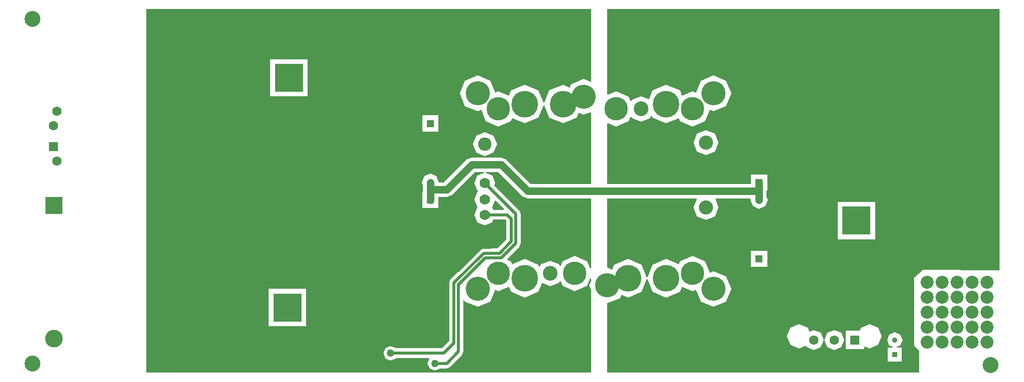
<source format=gbl>
G04*
G04 #@! TF.GenerationSoftware,Altium Limited,Altium Designer,19.1.7 (138)*
G04*
G04 Layer_Physical_Order=2*
G04 Layer_Color=16711680*
%FSLAX25Y25*%
%MOIN*%
G70*
G01*
G75*
%ADD59C,0.05000*%
%ADD60C,0.02000*%
%ADD61C,0.16142*%
%ADD62C,0.09843*%
%ADD63C,0.17795*%
%ADD64C,0.15630*%
%ADD65C,0.06969*%
%ADD66C,0.08976*%
%ADD67C,0.09488*%
%ADD68R,0.06299X0.06299*%
%ADD69C,0.06299*%
%ADD70C,0.08661*%
%ADD71C,0.10630*%
%ADD72R,0.03543X0.03543*%
%ADD73C,0.03543*%
%ADD74C,0.18898*%
%ADD75R,0.18898X0.18898*%
%ADD76R,0.04724X0.04724*%
%ADD77C,0.04724*%
%ADD78R,0.06299X0.06299*%
%ADD79C,0.11811*%
%ADD80R,0.11811X0.11811*%
%ADD81C,0.10000*%
%ADD82C,0.05000*%
G36*
X381890Y197402D02*
X381474Y197125D01*
X376969Y198991D01*
X368495Y195481D01*
X367577Y193265D01*
X363189Y195083D01*
X354083Y191311D01*
X350644Y183008D01*
X350144D01*
X346705Y191311D01*
X337598Y195083D01*
X328492Y191311D01*
X327040Y187805D01*
X320000Y190722D01*
X317888Y189847D01*
X314576Y197843D01*
X306102Y201353D01*
X297629Y197843D01*
X294119Y189370D01*
X297629Y180897D01*
X306102Y177387D01*
X308549Y178400D01*
X311723Y170738D01*
X320000Y167310D01*
X328277Y170738D01*
X329143Y172829D01*
X337598Y169327D01*
X346705Y173099D01*
X350144Y181402D01*
X350644D01*
X354083Y173099D01*
X363189Y169327D01*
X372295Y173099D01*
X373660Y176395D01*
X376969Y175025D01*
X381474Y176891D01*
X381890Y176613D01*
Y128886D01*
X341584D01*
X325294Y145176D01*
X321850Y146603D01*
X302165D01*
X302165Y146603D01*
X298721Y145176D01*
X283416Y129871D01*
X280444D01*
X280410Y129921D01*
X278710Y134025D01*
X274606Y135725D01*
X270502Y134025D01*
X268802Y129921D01*
X269736Y127668D01*
Y123472D01*
X269244D01*
Y112748D01*
X279969D01*
Y120129D01*
X285433D01*
X288877Y121556D01*
X304183Y136862D01*
X310669D01*
X310768Y136362D01*
X306061Y134412D01*
X304005Y129449D01*
X306061Y124486D01*
X306592Y124266D01*
Y123766D01*
X306061Y123546D01*
X304005Y118583D01*
X306007Y113750D01*
X306041Y113425D01*
X306007Y113101D01*
X304005Y108268D01*
X306061Y103305D01*
X311024Y101249D01*
X315986Y103305D01*
X316697Y105020D01*
X324442D01*
X325402Y104060D01*
Y91715D01*
X319533Y85846D01*
X315176D01*
X314961Y85630D01*
X309746Y85630D01*
X308567Y85142D01*
X293307Y69882D01*
X292957D01*
X288058Y64983D01*
X287107Y62687D01*
Y23983D01*
X282119Y18995D01*
X251557D01*
X251476Y19192D01*
X248031Y20619D01*
X244587Y19192D01*
X243161Y15748D01*
X244587Y12304D01*
X248031Y10877D01*
X251476Y12304D01*
X251557Y12501D01*
X273660D01*
X273990Y12001D01*
X272688Y8858D01*
X274115Y5414D01*
X277559Y3988D01*
X281003Y5414D01*
X281085Y5611D01*
X285433D01*
X287729Y6562D01*
X295650Y14483D01*
X296602Y16780D01*
Y51388D01*
X297092Y51485D01*
X297629Y50188D01*
X306102Y46678D01*
X314576Y50188D01*
X317888Y58185D01*
X320000Y57310D01*
X327040Y60226D01*
X328492Y56721D01*
X337598Y52949D01*
X346705Y56721D01*
X349160Y62649D01*
X354488Y60442D01*
X360551Y62953D01*
X360960Y63940D01*
X361459D01*
X362786Y60738D01*
X371063Y57310D01*
X379340Y60738D01*
X381399Y65709D01*
X381890Y65612D01*
Y63815D01*
X380733Y61024D01*
X381890Y58232D01*
Y2706D01*
X84800D01*
Y245719D01*
X381890D01*
Y197402D01*
D02*
G37*
G36*
X654694Y71919D02*
X654500Y71500D01*
X654107Y71242D01*
X603749Y71500D01*
X600531Y68918D01*
X598013Y66400D01*
X597700D01*
Y20546D01*
X600518Y17728D01*
X600531Y17696D01*
X600725Y17574D01*
X600900Y17444D01*
Y2706D01*
X392717D01*
Y49041D01*
X401190Y52550D01*
X402108Y54766D01*
X406496Y52949D01*
X415602Y56721D01*
X419041Y65024D01*
X419541D01*
X422981Y56721D01*
X432087Y52949D01*
X441193Y56721D01*
X442645Y60226D01*
X449685Y57310D01*
X451797Y58185D01*
X455109Y50188D01*
X463583Y46678D01*
X472056Y50188D01*
X475566Y58661D01*
X472056Y67135D01*
X463583Y70644D01*
X461136Y69631D01*
X457962Y77293D01*
X449685Y80722D01*
X441408Y77293D01*
X440542Y75203D01*
X432087Y78705D01*
X422981Y74933D01*
X419541Y66630D01*
X419041D01*
X415602Y74933D01*
X406496Y78705D01*
X397390Y74933D01*
X396025Y71636D01*
X392717Y73007D01*
Y119145D01*
X452205D01*
X452539Y118645D01*
X450279Y113189D01*
X452734Y107262D01*
X458661Y104807D01*
X464588Y107262D01*
X467044Y113189D01*
X464784Y118645D01*
X465118Y119145D01*
X488269D01*
X488547Y118729D01*
X488291Y118110D01*
X489990Y114006D01*
X494095Y112306D01*
X498199Y114006D01*
X499898Y118110D01*
X498965Y120363D01*
Y124559D01*
X499457D01*
Y135284D01*
X488732D01*
Y128886D01*
X392717D01*
Y169306D01*
X393132Y169584D01*
X398622Y167310D01*
X406899Y170738D01*
X408225Y173940D01*
X408726D01*
X409134Y172953D01*
X415197Y170442D01*
X421259Y172953D01*
X421900Y174500D01*
X422400D01*
X422981Y173099D01*
X432087Y169327D01*
X440542Y172829D01*
X441408Y170738D01*
X449685Y167310D01*
X457962Y170738D01*
X461136Y178400D01*
X463583Y177387D01*
X472056Y180897D01*
X475566Y189370D01*
X472056Y197843D01*
X463583Y201353D01*
X455109Y197843D01*
X451797Y189847D01*
X449685Y190722D01*
X442645Y187805D01*
X441193Y191311D01*
X432087Y195083D01*
X422981Y191311D01*
X420525Y185383D01*
X415197Y187590D01*
X409134Y185078D01*
X408726Y184092D01*
X408225D01*
X406899Y187293D01*
X398622Y190722D01*
X393132Y188448D01*
X392717Y188726D01*
Y245719D01*
X654694D01*
X654694Y71919D01*
D02*
G37*
G36*
X323903Y111977D02*
X323712Y111515D01*
X316697D01*
X315986Y113231D01*
X315986Y113620D01*
X317652Y117640D01*
X318142Y117738D01*
X323903Y111977D01*
D02*
G37*
G36*
X336123Y120572D02*
X339567Y119145D01*
X339567Y119145D01*
X381890D01*
Y72420D01*
X381399Y72322D01*
X379340Y77293D01*
X371063Y80722D01*
X362786Y77293D01*
X361459Y74092D01*
X360960D01*
X360551Y75078D01*
X354488Y77590D01*
X348426Y75078D01*
X347785Y73532D01*
X347285D01*
X346705Y74933D01*
X337598Y78705D01*
X329143Y75203D01*
X328277Y77293D01*
X325957Y78254D01*
X325859Y78745D01*
X333946Y86831D01*
X334897Y89127D01*
Y108823D01*
X333946Y111119D01*
X317332Y127733D01*
X318042Y129449D01*
X315986Y134412D01*
X311279Y136362D01*
X311379Y136862D01*
X319833D01*
X336123Y120572D01*
D02*
G37*
%LPC*%
G36*
X192567Y212252D02*
X167669D01*
Y187354D01*
X192567D01*
Y212252D01*
D02*
G37*
G36*
X279969Y174653D02*
X269244D01*
Y163929D01*
X279969D01*
Y174653D01*
D02*
G37*
G36*
X311024Y163617D02*
X305292Y161243D01*
X302919Y155512D01*
X305292Y149781D01*
X311024Y147407D01*
X316755Y149781D01*
X319129Y155512D01*
X316755Y161243D01*
X311024Y163617D01*
D02*
G37*
G36*
X191583Y58709D02*
X166685D01*
Y33811D01*
X191583D01*
Y58709D01*
D02*
G37*
G36*
X458661Y164878D02*
X452734Y162423D01*
X450279Y156496D01*
X452734Y150569D01*
X458661Y148114D01*
X464588Y150569D01*
X467044Y156496D01*
X464588Y162423D01*
X458661Y164878D01*
D02*
G37*
G36*
X571504Y116779D02*
X546606D01*
Y91882D01*
X571504D01*
Y116779D01*
D02*
G37*
G36*
X499457Y84102D02*
X488732D01*
Y73378D01*
X499457D01*
Y84102D01*
D02*
G37*
G36*
X567913Y35234D02*
X562152Y32848D01*
X561285Y30756D01*
X551921D01*
Y18457D01*
X564221D01*
Y20019D01*
X564636Y20296D01*
X567913Y18939D01*
X573675Y21325D01*
X576061Y27087D01*
X573675Y32848D01*
X567913Y35234D01*
D02*
G37*
G36*
X544291Y31263D02*
X539585Y29313D01*
X537635Y24606D01*
X539585Y19900D01*
X544291Y17950D01*
X548998Y19900D01*
X550948Y24606D01*
X548998Y29313D01*
X544291Y31263D01*
D02*
G37*
G36*
X520669Y35234D02*
X514908Y32848D01*
X512522Y27087D01*
X514908Y21325D01*
X520669Y18939D01*
X525393Y20895D01*
X525805Y19900D01*
X530512Y17950D01*
X535218Y19900D01*
X537168Y24606D01*
X535218Y29313D01*
X530512Y31263D01*
X527589Y30052D01*
X526431Y32848D01*
X520669Y35234D01*
D02*
G37*
G36*
X584646Y29771D02*
X580994Y28258D01*
X579481Y24606D01*
X580994Y20954D01*
X583235Y20026D01*
X583137Y19535D01*
X579874D01*
Y9992D01*
X589417D01*
Y19535D01*
X586154D01*
X586056Y20026D01*
X588298Y20954D01*
X589811Y24606D01*
X588298Y28258D01*
X584646Y29771D01*
D02*
G37*
%LPD*%
D59*
X321850Y141732D02*
X339567Y124016D01*
X302165Y141732D02*
X321850D01*
X285433Y125000D02*
X302165Y141732D01*
X274606Y125000D02*
X285433D01*
X339567Y124016D02*
X494095D01*
Y129921D01*
X274606Y125000D02*
Y129921D01*
Y118110D02*
Y125000D01*
X494095Y118110D02*
Y124016D01*
D60*
X311329Y79419D02*
X321941D01*
X293354Y61444D02*
X311329Y79419D01*
X293354Y16780D02*
Y61444D01*
X285433Y8858D02*
X293354Y16780D01*
X290354Y62687D02*
X310266Y82598D01*
X290354Y22638D02*
Y62687D01*
X310266Y82598D02*
X320878D01*
X277559Y8858D02*
X285433D01*
X320878Y82598D02*
X328650Y90370D01*
X331650Y89127D02*
Y108823D01*
X311024Y129449D02*
X331650Y108823D01*
X328650Y90370D02*
Y105405D01*
X325787Y108268D02*
X328650Y105405D01*
X311024Y108268D02*
X325787D01*
X321941Y79419D02*
X331650Y89127D01*
X283465Y15748D02*
X290354Y22638D01*
X248031Y15748D02*
X283465D01*
D61*
X392717Y61024D02*
D03*
X376969Y187008D02*
D03*
X306102Y189370D02*
D03*
Y58661D02*
D03*
X463583D02*
D03*
Y189370D02*
D03*
D62*
X320000Y69016D02*
D03*
X415197Y179016D02*
D03*
X354488Y69016D02*
D03*
D63*
X337598Y182205D02*
D03*
X432087Y65827D02*
D03*
X337598D02*
D03*
Y182205D02*
D03*
X432087D02*
D03*
X406496Y65827D02*
D03*
X363189Y182205D02*
D03*
D64*
X371063Y69016D02*
D03*
X398622Y179016D02*
D03*
X449685D02*
D03*
X320000D02*
D03*
Y69016D02*
D03*
X449685D02*
D03*
D65*
X311024Y108268D02*
D03*
Y118583D02*
D03*
Y129449D02*
D03*
D66*
Y92520D02*
D03*
Y155512D02*
D03*
D67*
X458661Y91535D02*
D03*
Y113189D02*
D03*
Y134843D02*
D03*
Y156496D02*
D03*
D68*
X558071Y24606D02*
D03*
D69*
X544291D02*
D03*
X530512D02*
D03*
X22835Y167717D02*
D03*
X25315Y144095D02*
D03*
Y177559D02*
D03*
D70*
X636142Y53307D02*
D03*
X646142D02*
D03*
X626142D02*
D03*
X616142D02*
D03*
X606142D02*
D03*
X646142Y63307D02*
D03*
Y43307D02*
D03*
Y33307D02*
D03*
Y23307D02*
D03*
X606142Y63307D02*
D03*
X616142D02*
D03*
X626142D02*
D03*
X636142D02*
D03*
X606142Y43307D02*
D03*
X616142D02*
D03*
X626142D02*
D03*
X636142D02*
D03*
X606142Y33307D02*
D03*
X616142D02*
D03*
X626142D02*
D03*
X636142D02*
D03*
X606142Y23307D02*
D03*
X616142D02*
D03*
X626142D02*
D03*
X636142D02*
D03*
X636969Y183740D02*
D03*
X626968D02*
D03*
X616968D02*
D03*
X606968D02*
D03*
X636969Y193740D02*
D03*
X626968D02*
D03*
X616968D02*
D03*
X606968D02*
D03*
X636969Y203740D02*
D03*
X626968D02*
D03*
X616968D02*
D03*
X606968D02*
D03*
X636969Y223740D02*
D03*
X626968D02*
D03*
X616968D02*
D03*
X606968D02*
D03*
X646969Y183740D02*
D03*
Y193740D02*
D03*
Y203740D02*
D03*
Y223740D02*
D03*
X606968Y213740D02*
D03*
X616968D02*
D03*
X626968D02*
D03*
X646969D02*
D03*
X636969D02*
D03*
D71*
X648622Y240158D02*
D03*
Y7874D02*
D03*
X8858Y239173D02*
D03*
Y8858D02*
D03*
D72*
X584646Y14764D02*
D03*
D73*
Y24606D02*
D03*
D74*
X559055Y143701D02*
D03*
X179134Y85630D02*
D03*
X180118Y160433D02*
D03*
D75*
X559055Y104331D02*
D03*
X179134Y46260D02*
D03*
X180118Y199803D02*
D03*
D76*
X494095Y129921D02*
D03*
Y78740D02*
D03*
X274606Y169291D02*
D03*
Y118110D02*
D03*
D77*
X494095Y169291D02*
D03*
Y118110D02*
D03*
X274606Y129921D02*
D03*
Y78740D02*
D03*
D78*
X22835Y153937D02*
D03*
D79*
X23228Y25591D02*
D03*
D80*
X23228Y114567D02*
D03*
D81*
X190800Y131900D02*
D03*
X170100Y132200D02*
D03*
X370500Y233200D02*
D03*
Y213200D02*
D03*
Y153200D02*
D03*
Y113200D02*
D03*
Y93200D02*
D03*
Y33200D02*
D03*
Y13200D02*
D03*
X350500Y233200D02*
D03*
Y213200D02*
D03*
Y153200D02*
D03*
Y113200D02*
D03*
Y93200D02*
D03*
Y53200D02*
D03*
Y33200D02*
D03*
Y13200D02*
D03*
X330500Y233200D02*
D03*
Y213200D02*
D03*
Y153200D02*
D03*
Y33200D02*
D03*
Y13200D02*
D03*
X310500Y233200D02*
D03*
Y213200D02*
D03*
Y33200D02*
D03*
Y13200D02*
D03*
X290500Y233200D02*
D03*
Y213200D02*
D03*
Y113200D02*
D03*
Y93200D02*
D03*
X270500Y233200D02*
D03*
Y93200D02*
D03*
Y53200D02*
D03*
X250500Y233200D02*
D03*
X230500D02*
D03*
Y13200D02*
D03*
X210500Y233200D02*
D03*
Y153200D02*
D03*
Y133200D02*
D03*
Y113200D02*
D03*
Y93200D02*
D03*
Y73200D02*
D03*
Y13200D02*
D03*
X190500Y233200D02*
D03*
Y113200D02*
D03*
Y13200D02*
D03*
X170500Y233200D02*
D03*
Y113200D02*
D03*
Y13200D02*
D03*
X150500Y233200D02*
D03*
Y153200D02*
D03*
Y133200D02*
D03*
Y13200D02*
D03*
X130500Y233200D02*
D03*
Y153200D02*
D03*
Y13200D02*
D03*
X110500Y233200D02*
D03*
Y13200D02*
D03*
X611250Y151000D02*
D03*
X591250Y231000D02*
D03*
Y211000D02*
D03*
Y191000D02*
D03*
Y171000D02*
D03*
Y151000D02*
D03*
Y131000D02*
D03*
X571250Y231000D02*
D03*
Y211000D02*
D03*
Y191000D02*
D03*
Y171000D02*
D03*
Y71000D02*
D03*
Y51000D02*
D03*
X551250Y231000D02*
D03*
Y211000D02*
D03*
Y191000D02*
D03*
Y171000D02*
D03*
Y71000D02*
D03*
Y51000D02*
D03*
X531250Y231000D02*
D03*
Y211000D02*
D03*
Y191000D02*
D03*
Y171000D02*
D03*
Y71000D02*
D03*
Y51000D02*
D03*
Y11000D02*
D03*
X511250Y231000D02*
D03*
Y211000D02*
D03*
Y191000D02*
D03*
Y171000D02*
D03*
Y51000D02*
D03*
Y11000D02*
D03*
X491250Y231000D02*
D03*
Y211000D02*
D03*
Y191000D02*
D03*
Y51000D02*
D03*
Y11000D02*
D03*
X471250Y231000D02*
D03*
Y211000D02*
D03*
Y171000D02*
D03*
Y31000D02*
D03*
Y11000D02*
D03*
X451250Y231000D02*
D03*
Y211000D02*
D03*
Y31000D02*
D03*
Y11000D02*
D03*
X431250Y231000D02*
D03*
Y211000D02*
D03*
Y151000D02*
D03*
Y111000D02*
D03*
Y91000D02*
D03*
Y31000D02*
D03*
Y11000D02*
D03*
X411250Y231000D02*
D03*
Y211000D02*
D03*
Y151000D02*
D03*
Y111000D02*
D03*
Y91000D02*
D03*
Y31000D02*
D03*
Y11000D02*
D03*
X611250Y151000D02*
D03*
X591250Y231000D02*
D03*
Y211000D02*
D03*
Y191000D02*
D03*
Y171000D02*
D03*
Y151000D02*
D03*
X571250Y231000D02*
D03*
Y211000D02*
D03*
Y191000D02*
D03*
Y171000D02*
D03*
Y71000D02*
D03*
Y51000D02*
D03*
X551250Y231000D02*
D03*
Y211000D02*
D03*
Y191000D02*
D03*
Y171000D02*
D03*
Y71000D02*
D03*
X531250Y231000D02*
D03*
Y211000D02*
D03*
Y191000D02*
D03*
Y171000D02*
D03*
Y71000D02*
D03*
X511250Y231000D02*
D03*
Y211000D02*
D03*
Y191000D02*
D03*
Y11000D02*
D03*
X491250Y231000D02*
D03*
Y211000D02*
D03*
Y191000D02*
D03*
Y51000D02*
D03*
Y11000D02*
D03*
X471250Y231000D02*
D03*
Y211000D02*
D03*
Y31000D02*
D03*
Y11000D02*
D03*
X451250Y231000D02*
D03*
Y211000D02*
D03*
Y31000D02*
D03*
Y11000D02*
D03*
X431250Y231000D02*
D03*
Y211000D02*
D03*
Y151000D02*
D03*
Y111000D02*
D03*
Y91000D02*
D03*
Y31000D02*
D03*
Y11000D02*
D03*
X411250Y231000D02*
D03*
Y211000D02*
D03*
Y151000D02*
D03*
Y111000D02*
D03*
Y91000D02*
D03*
Y31000D02*
D03*
Y11000D02*
D03*
D82*
X277559Y8858D02*
D03*
X248031Y15748D02*
D03*
M02*

</source>
